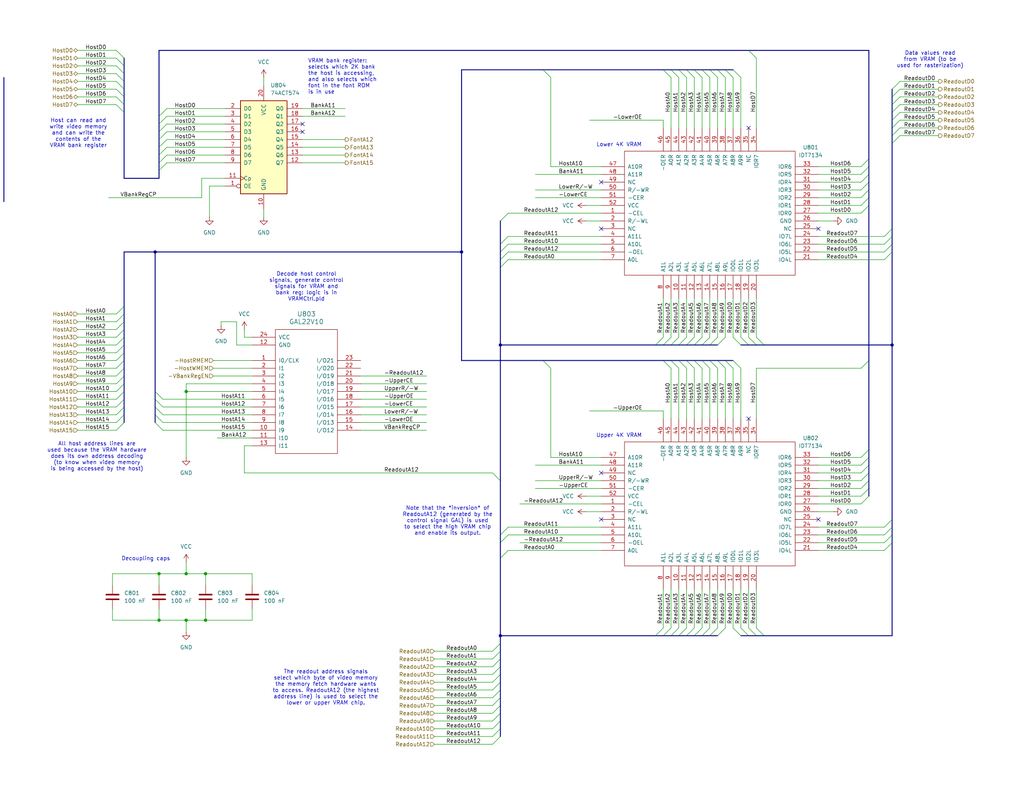
<source format=kicad_sch>
(kicad_sch (version 20231120) (generator "eeschema") (generator_version "8.0")
  (paper "User" 335.28 259.08)
  (title_block (title "VRAM") (company "daveho hacks"))
  (lib_symbols
    (symbol "74xx:74LS574" (pin_names (offset 1.016))
      (property "Reference" "U" (at -7.62 16.51 0))
      (property "Value" "74LS574" (at -7.62 -16.51 0))
      (symbol "74LS574_1_0"
        (pin input inverted (at -12.7 -12.7 0) (length 5.08) (name "OE") (number "1"))
        (pin power_in line (at 0 -20.32 90) (length 5.08) (name "GND") (number "10"))
        (pin input clock (at -12.7 -10.16 0) (length 5.08) (name "Cp") (number "11"))
        (pin tri_state line (at 12.7 -5.08 180) (length 5.08) (name "Q7") (number "12"))
        (pin tri_state line (at 12.7 -2.54 180) (length 5.08) (name "Q6") (number "13"))
        (pin tri_state line (at 12.7 0 180) (length 5.08) (name "Q5") (number "14"))
        (pin tri_state line (at 12.7 2.54 180) (length 5.08) (name "Q4") (number "15"))
        (pin tri_state line (at 12.7 5.08 180) (length 5.08) (name "Q3") (number "16"))
        (pin tri_state line (at 12.7 7.62 180) (length 5.08) (name "Q2") (number "17"))
        (pin tri_state line (at 12.7 10.16 180) (length 5.08) (name "Q1") (number "18"))
        (pin tri_state line (at 12.7 12.7 180) (length 5.08) (name "Q0") (number "19"))
        (pin input line (at -12.7 12.7 0) (length 5.08) (name "D0") (number "2"))
        (pin power_in line (at 0 20.32 270) (length 5.08) (name "VCC") (number "20"))
        (pin input line (at -12.7 10.16 0) (length 5.08) (name "D1") (number "3"))
        (pin input line (at -12.7 7.62 0) (length 5.08) (name "D2") (number "4"))
        (pin input line (at -12.7 5.08 0) (length 5.08) (name "D3") (number "5"))
        (pin input line (at -12.7 2.54 0) (length 5.08) (name "D4") (number "6"))
        (pin input line (at -12.7 0 0) (length 5.08) (name "D5") (number "7"))
        (pin input line (at -12.7 -2.54 0) (length 5.08) (name "D6") (number "8"))
        (pin input line (at -12.7 -5.08 0) (length 5.08) (name "D7") (number "9"))
      )
    )
    (symbol "Device:C" (pin_numbers hide) (pin_names (offset 0.254))
      (property "Reference" "C" (at 0.635 2.54 0))
      (property "Value" "C" (at 0.635 -2.54 0))
      (symbol "C_1_1"
        (pin passive line (at 0 3.81 270) (length 2.794) (name "~") (number "1"))
        (pin passive line (at 0 -3.81 90) (length 2.794) (name "~") (number "2"))
      )
    )
    (symbol "GND_1" (power) (pin_numbers hide) (pin_names (offset 0) hide)
      (property "Value" "GND" (at 0 -3.81 0))
      (symbol "GND_1_1_1"
        (pin power_in line (at 0 0 270) (length 0) (name "~") (number "1"))
      )
    )
    (symbol "IDT7134:IDT7134" (pin_names (offset 1.016))
      (property "Reference" "U" (at 0 -2.54 0))
      (property "Value" "IDT7134" (at 0 2.54 0))
      (symbol "IDT7134_1_1"
        (pin input line (at -35.56 0 0) (length 7.62) (name "-CEL") (number "1"))
        (pin input line (at -10.16 -27.94 90) (length 7.62) (name "A3L") (number "10"))
        (pin input line (at -7.62 -27.94 90) (length 7.62) (name "A4L") (number "11"))
        (pin input line (at -5.08 -27.94 90) (length 7.62) (name "A5L") (number "12"))
        (pin input line (at -2.54 -27.94 90) (length 7.62) (name "A6L") (number "13"))
        (pin input line (at 0 -27.94 90) (length 7.62) (name "A7L") (number "14"))
        (pin input line (at 2.54 -27.94 90) (length 7.62) (name "A8L") (number "15"))
        (pin input line (at 5.08 -27.94 90) (length 7.62) (name "A9L") (number "16"))
        (pin bidirectional line (at 7.62 -27.94 90) (length 7.62) (name "IO0L") (number "17"))
        (pin bidirectional line (at 10.16 -27.94 90) (length 7.62) (name "IO1L") (number "18"))
        (pin bidirectional line (at 12.7 -27.94 90) (length 7.62) (name "IO2L") (number "19"))
        (pin input line (at -35.56 -2.54 0) (length 7.62) (name "R/-WL") (number "2"))
        (pin bidirectional line (at 15.24 -27.94 90) (length 7.62) (name "IO3L") (number "20"))
        (pin bidirectional line (at 35.56 -15.24 180) (length 7.62) (name "IO4L") (number "21"))
        (pin bidirectional line (at 35.56 -12.7 180) (length 7.62) (name "IO5L") (number "22"))
        (pin bidirectional line (at 35.56 -10.16 180) (length 7.62) (name "IO6L") (number "23"))
        (pin bidirectional line (at 35.56 -7.62 180) (length 7.62) (name "IO7L") (number "24"))
        (pin unspecified line (at 35.56 -5.08 180) (length 7.62) (name "NC") (number "25"))
        (pin power_in line (at 35.56 -2.54 180) (length 7.62) (name "GND") (number "26"))
        (pin bidirectional line (at 35.56 0 180) (length 7.62) (name "IOR0") (number "27"))
        (pin bidirectional line (at 35.56 2.54 180) (length 7.62) (name "IOR1") (number "28"))
        (pin bidirectional line (at 35.56 5.08 180) (length 7.62) (name "IOR2") (number "29"))
        (pin unspecified line (at -35.56 -5.08 0) (length 7.62) (name "NC") (number "3"))
        (pin bidirectional line (at 35.56 7.62 180) (length 7.62) (name "IOR3") (number "30"))
        (pin bidirectional line (at 35.56 10.16 180) (length 7.62) (name "IOR4") (number "31"))
        (pin bidirectional line (at 35.56 12.7 180) (length 7.62) (name "IOR5") (number "32"))
        (pin bidirectional line (at 35.56 15.24 180) (length 7.62) (name "IOR6") (number "33"))
        (pin bidirectional line (at 15.24 27.94 270) (length 7.62) (name "IOR7") (number "34"))
        (pin unspecified line (at 12.7 27.94 270) (length 7.62) (name "NC") (number "35"))
        (pin input line (at 10.16 27.94 270) (length 7.62) (name "A9R") (number "36"))
        (pin input line (at 7.62 27.94 270) (length 7.62) (name "A8R") (number "37"))
        (pin input line (at 5.08 27.94 270) (length 7.62) (name "A7R") (number "38"))
        (pin input line (at 2.54 27.94 270) (length 7.62) (name "A6R") (number "39"))
        (pin input line (at -35.56 -7.62 0) (length 7.62) (name "A11L") (number "4"))
        (pin input line (at 0 27.94 270) (length 7.62) (name "A5R") (number "40"))
        (pin input line (at -2.54 27.94 270) (length 7.62) (name "A4R") (number "41"))
        (pin input line (at -5.08 27.94 270) (length 7.62) (name "A3R") (number "42"))
        (pin input line (at -7.62 27.94 270) (length 7.62) (name "A2R") (number "43"))
        (pin input line (at -10.16 27.94 270) (length 7.62) (name "A1R") (number "44"))
        (pin input line (at -12.7 27.94 270) (length 7.62) (name "A0R") (number "45"))
        (pin input line (at -15.24 27.94 270) (length 7.62) (name "-OER") (number "46"))
        (pin input line (at -35.56 15.24 0) (length 7.62) (name "A10R") (number "47"))
        (pin input line (at -35.56 12.7 0) (length 7.62) (name "A11R") (number "48"))
        (pin unspecified line (at -35.56 10.16 0) (length 7.62) (name "NC") (number "49"))
        (pin input line (at -35.56 -10.16 0) (length 7.62) (name "A10L") (number "5"))
        (pin input line (at -35.56 7.62 0) (length 7.62) (name "R/-WR") (number "50"))
        (pin input line (at -35.56 5.08 0) (length 7.62) (name "-CER") (number "51"))
        (pin power_in line (at -35.56 2.54 0) (length 7.62) (name "VCC") (number "52"))
        (pin input line (at -35.56 -12.7 0) (length 7.62) (name "-OEL") (number "6"))
        (pin input line (at -35.56 -15.24 0) (length 7.62) (name "A0L") (number "7"))
        (pin input line (at -15.24 -27.94 90) (length 7.62) (name "A1L") (number "8"))
        (pin input line (at -12.7 -27.94 90) (length 7.62) (name "A2L") (number "9"))
      )
    )
    (symbol "VCC_1" (power) (pin_numbers hide) (pin_names (offset 0) hide)
      (property "Value" "VCC" (at 0 3.556 0))
      (symbol "VCC_1_1_1"
        (pin power_in line (at 0 0 90) (length 0) (name "~") (number "1"))
      )
    )
    (symbol "power:GND" (power) (pin_numbers hide) (pin_names (offset 0) hide)
      (property "Value" "GND" (at 0 -3.81 0))
      (symbol "GND_1_1"
        (pin power_in line (at 0 0 270) (length 0) (name "~") (number "1"))
      )
    )
    (symbol "power:VCC" (power) (pin_numbers hide) (pin_names (offset 0) hide)
      (property "Value" "VCC" (at 0 3.556 0))
      (symbol "VCC_1_1"
        (pin power_in line (at 0 0 90) (length 0) (name "~") (number "1"))
      )
    )
    (symbol "ya68k:GAL22V10" (pin_names (offset 1.016))
      (property "Reference" "U" (at -1.27 20.32 0))
      (property "Value" "GAL22V10" (at 0 -24.13 0))
      (symbol "GAL22V10_1_1"
        (pin input line (at -17.78 8.89 0) (length 7.62) (name "I0/CLK") (number "1"))
        (pin input line (at -17.78 -13.97 0) (length 7.62) (name "I9") (number "10"))
        (pin input line (at -17.78 -16.51 0) (length 7.62) (name "I10") (number "11"))
        (pin power_in line (at -17.78 13.97 0) (length 7.62) (name "GND") (number "12"))
        (pin input line (at -17.78 -19.05 0) (length 7.62) (name "I11") (number "13"))
        (pin bidirectional line (at 17.78 -13.97 180) (length 7.62) (name "I/O12") (number "14"))
        (pin bidirectional line (at 17.78 -11.43 180) (length 7.62) (name "I/O13") (number "15"))
        (pin bidirectional line (at 17.78 -8.89 180) (length 7.62) (name "I/O14") (number "16"))
        (pin bidirectional line (at 17.78 -6.35 180) (length 7.62) (name "I/O15") (number "17"))
        (pin bidirectional line (at 17.78 -3.81 180) (length 7.62) (name "I/O16") (number "18"))
        (pin bidirectional line (at 17.78 -1.27 180) (length 7.62) (name "I/O17") (number "19"))
        (pin input line (at -17.78 6.35 0) (length 7.62) (name "I1") (number "2"))
        (pin bidirectional line (at 17.78 1.27 180) (length 7.62) (name "I/O18") (number "20"))
        (pin bidirectional line (at 17.78 3.81 180) (length 7.62) (name "I/O19") (number "21"))
        (pin bidirectional line (at 17.78 6.35 180) (length 7.62) (name "I/O20") (number "22"))
        (pin bidirectional line (at 17.78 8.89 180) (length 7.62) (name "I/O21") (number "23"))
        (pin power_in line (at -17.78 16.51 0) (length 7.62) (name "VCC") (number "24"))
        (pin input line (at -17.78 3.81 0) (length 7.62) (name "I2") (number "3"))
        (pin input line (at -17.78 1.27 0) (length 7.62) (name "I3") (number "4"))
        (pin input line (at -17.78 -1.27 0) (length 7.62) (name "I4") (number "5"))
        (pin input line (at -17.78 -3.81 0) (length 7.62) (name "I5") (number "6"))
        (pin input line (at -17.78 -6.35 0) (length 7.62) (name "I6") (number "7"))
        (pin input line (at -17.78 -8.89 0) (length 7.62) (name "I7") (number "8"))
        (pin input line (at -17.78 -11.43 0) (length 7.62) (name "I8") (number "9"))
      )
    )
  )
  (junction (at 52.07 203.2))
  (junction (at 52.07 187.96))
  (junction (at 67.31 203.2))
  (junction (at 60.96 128.27))
  (junction (at 60.96 203.2))
  (junction (at 163.83 208.28))
  (junction (at 151.13 82.55))
  (junction (at 50.8 82.55))
  (junction (at 60.96 187.96))
  (junction (at 292.1 113.03))
  (junction (at 163.83 113.03))
  (junction (at 67.31 187.96))
  (no_connect (at 196.85 170.18))
  (no_connect (at 267.97 170.18))
  (no_connect (at 99.06 40.64))
  (no_connect (at 245.11 41.91))
  (no_connect (at 99.06 43.18))
  (no_connect (at 196.85 74.93))
  (no_connect (at 245.11 137.16))
  (no_connect (at 196.85 154.94))
  (no_connect (at 196.85 59.69))
  (no_connect (at 267.97 74.93))
  (bus_entry (at 50.8 133.35) (size 2.54 2.54))
  (bus_entry (at 229.87 208.28) (size 2.54 -2.54))
  (bus_entry (at 234.95 22.86) (size 2.54 2.54))
  (bus_entry (at 281.94 157.48) (size 2.54 -2.54))
  (bus_entry (at 38.1 133.35) (size 2.54 -2.54))
  (bus_entry (at 237.49 22.86) (size 2.54 2.54))
  (bus_entry (at 163.83 182.88) (size 2.54 -2.54))
  (bus_entry (at 237.49 118.11) (size 2.54 2.54))
  (bus_entry (at 292.1 36.83) (size 2.54 -2.54))
  (bus_entry (at 217.17 118.11) (size 2.54 2.54))
  (bus_entry (at 163.83 87.63) (size 2.54 -2.54))
  (bus_entry (at 217.17 22.86) (size 2.54 2.54))
  (bus_entry (at 161.29 213.36) (size 2.54 -2.54))
  (bus_entry (at 163.83 82.55) (size 2.54 -2.54))
  (bus_entry (at 289.56 177.8) (size 2.54 -2.54))
  (bus_entry (at 38.1 107.95) (size 2.54 -2.54))
  (bus_entry (at 161.29 233.68) (size 2.54 -2.54))
  (bus_entry (at 245.11 110.49) (size 2.54 2.54))
  (bus_entry (at 50.8 138.43) (size 2.54 2.54))
  (bus_entry (at 292.1 46.99) (size 2.54 -2.54))
  (bus_entry (at 52.07 40.64) (size 2.54 -2.54))
  (bus_entry (at 292.1 34.29) (size 2.54 -2.54))
  (bus_entry (at 224.79 118.11) (size 2.54 2.54))
  (bus_entry (at 292.1 44.45) (size 2.54 -2.54))
  (bus_entry (at 281.94 154.94) (size 2.54 -2.54))
  (bus_entry (at 229.87 113.03) (size 2.54 -2.54))
  (bus_entry (at 289.56 172.72) (size 2.54 -2.54))
  (bus_entry (at 227.33 22.86) (size 2.54 2.54))
  (bus_entry (at 281.94 69.85) (size 2.54 -2.54))
  (bus_entry (at 219.71 113.03) (size 2.54 -2.54))
  (bus_entry (at 214.63 208.28) (size 2.54 -2.54))
  (bus_entry (at 227.33 208.28) (size 2.54 -2.54))
  (bus_entry (at 50.8 130.81) (size 2.54 2.54))
  (bus_entry (at 222.25 113.03) (size 2.54 -2.54))
  (bus_entry (at 38.1 138.43) (size 2.54 -2.54))
  (bus_entry (at 281.94 152.4) (size 2.54 -2.54))
  (bus_entry (at 52.07 45.72) (size 2.54 -2.54))
  (bus_entry (at 38.1 113.03) (size 2.54 -2.54))
  (bus_entry (at 38.1 105.41) (size 2.54 -2.54))
  (bus_entry (at 38.1 128.27) (size 2.54 -2.54))
  (bus_entry (at 161.29 238.76) (size 2.54 -2.54))
  (bus_entry (at 222.25 118.11) (size 2.54 2.54))
  (bus_entry (at 281.94 149.86) (size 2.54 -2.54))
  (bus_entry (at 229.87 22.86) (size 2.54 2.54))
  (bus_entry (at 281.94 62.23) (size 2.54 -2.54))
  (bus_entry (at 217.17 113.03) (size 2.54 -2.54))
  (bus_entry (at 163.83 80.01) (size 2.54 -2.54))
  (bus_entry (at 52.07 53.34) (size 2.54 -2.54))
  (bus_entry (at 161.29 231.14) (size 2.54 -2.54))
  (bus_entry (at 38.1 110.49) (size 2.54 -2.54))
  (bus_entry (at 161.29 223.52) (size 2.54 -2.54))
  (bus_entry (at 292.1 41.91) (size 2.54 -2.54))
  (bus_entry (at 232.41 113.03) (size 2.54 -2.54))
  (bus_entry (at 247.65 110.49) (size 2.54 2.54))
  (bus_entry (at 289.56 180.34) (size 2.54 -2.54))
  (bus_entry (at 289.56 85.09) (size 2.54 -2.54))
  (bus_entry (at 224.79 113.03) (size 2.54 -2.54))
  (bus_entry (at 234.95 208.28) (size 2.54 -2.54))
  (bus_entry (at 292.1 31.75) (size 2.54 -2.54))
  (bus_entry (at 232.41 118.11) (size 2.54 2.54))
  (bus_entry (at 38.1 24.13) (size 2.54 2.54))
  (bus_entry (at 240.03 22.86) (size 2.54 2.54))
  (bus_entry (at 50.8 135.89) (size 2.54 2.54))
  (bus_entry (at 222.25 208.28) (size 2.54 -2.54))
  (bus_entry (at 177.8 22.86) (size 2.54 2.54))
  (bus_entry (at 161.29 243.84) (size 2.54 -2.54))
  (bus_entry (at 245.11 16.51) (size 2.54 2.54))
  (bus_entry (at 38.1 31.75) (size 2.54 2.54))
  (bus_entry (at 161.29 154.94) (size 2.54 2.54))
  (bus_entry (at 247.65 205.74) (size 2.54 2.54))
  (bus_entry (at 289.56 175.26) (size 2.54 -2.54))
  (bus_entry (at 161.29 241.3) (size 2.54 -2.54))
  (bus_entry (at 38.1 29.21) (size 2.54 2.54))
  (bus_entry (at 38.1 118.11) (size 2.54 -2.54))
  (bus_entry (at 38.1 135.89) (size 2.54 -2.54))
  (bus_entry (at 234.95 118.11) (size 2.54 2.54))
  (bus_entry (at 163.83 85.09) (size 2.54 -2.54))
  (bus_entry (at 242.57 205.74) (size 2.54 2.54))
  (bus_entry (at 232.41 208.28) (size 2.54 -2.54))
  (bus_entry (at 219.71 118.11) (size 2.54 2.54))
  (bus_entry (at 38.1 34.29) (size 2.54 2.54))
  (bus_entry (at 240.03 118.11) (size 2.54 2.54))
  (bus_entry (at 38.1 21.59) (size 2.54 2.54))
  (bus_entry (at 281.94 162.56) (size 2.54 -2.54))
  (bus_entry (at 224.79 22.86) (size 2.54 2.54))
  (bus_entry (at 240.03 110.49) (size 2.54 2.54))
  (bus_entry (at 227.33 118.11) (size 2.54 2.54))
  (bus_entry (at 38.1 26.67) (size 2.54 2.54))
  (bus_entry (at 38.1 115.57) (size 2.54 -2.54))
  (bus_entry (at 281.94 67.31) (size 2.54 -2.54))
  (bus_entry (at 214.63 113.03) (size 2.54 -2.54))
  (bus_entry (at 229.87 118.11) (size 2.54 2.54))
  (bus_entry (at 289.56 80.01) (size 2.54 -2.54))
  (bus_entry (at 38.1 125.73) (size 2.54 -2.54))
  (bus_entry (at 292.1 39.37) (size 2.54 -2.54))
  (bus_entry (at 177.8 118.11) (size 2.54 2.54))
  (bus_entry (at 224.79 208.28) (size 2.54 -2.54))
  (bus_entry (at 38.1 140.97) (size 2.54 -2.54))
  (bus_entry (at 281.94 160.02) (size 2.54 -2.54))
  (bus_entry (at 163.83 177.8) (size 2.54 -2.54))
  (bus_entry (at 161.29 226.06) (size 2.54 -2.54))
  (bus_entry (at 281.94 57.15) (size 2.54 -2.54))
  (bus_entry (at 289.56 77.47) (size 2.54 -2.54))
  (bus_entry (at 52.07 43.18) (size 2.54 -2.54))
  (bus_entry (at 52.07 50.8) (size 2.54 -2.54))
  (bus_entry (at 38.1 120.65) (size 2.54 -2.54))
  (bus_entry (at 234.95 113.03) (size 2.54 -2.54))
  (bus_entry (at 219.71 22.86) (size 2.54 2.54))
  (bus_entry (at 161.29 236.22) (size 2.54 -2.54))
  (bus_entry (at 289.56 82.55) (size 2.54 -2.54))
  (bus_entry (at 281.94 54.61) (size 2.54 -2.54))
  (bus_entry (at 281.94 59.69) (size 2.54 -2.54))
  (bus_entry (at 240.03 205.74) (size 2.54 2.54))
  (bus_entry (at 161.29 215.9) (size 2.54 -2.54))
  (bus_entry (at 38.1 130.81) (size 2.54 -2.54))
  (bus_entry (at 227.33 113.03) (size 2.54 -2.54))
  (bus_entry (at 219.71 208.28) (size 2.54 -2.54))
  (bus_entry (at 163.83 72.39) (size 2.54 -2.54))
  (bus_entry (at 163.83 175.26) (size 2.54 -2.54))
  (bus_entry (at 161.29 220.98) (size 2.54 -2.54))
  (bus_entry (at 38.1 123.19) (size 2.54 -2.54))
  (bus_entry (at 217.17 208.28) (size 2.54 -2.54))
  (bus_entry (at 245.11 205.74) (size 2.54 2.54))
  (bus_entry (at 52.07 48.26) (size 2.54 -2.54))
  (bus_entry (at 52.07 55.88) (size 2.54 -2.54))
  (bus_entry (at 281.94 64.77) (size 2.54 -2.54))
  (bus_entry (at 242.57 110.49) (size 2.54 2.54))
  (bus_entry (at 232.41 22.86) (size 2.54 2.54))
  (bus_entry (at 161.29 218.44) (size 2.54 -2.54))
  (bus_entry (at 281.94 120.65) (size 2.54 -2.54))
  (bus_entry (at 50.8 128.27) (size 2.54 2.54))
  (bus_entry (at 161.29 228.6) (size 2.54 -2.54))
  (bus_entry (at 52.07 38.1) (size 2.54 -2.54))
  (bus_entry (at 281.94 165.1) (size 2.54 -2.54))
  (bus_entry (at 38.1 102.87) (size 2.54 -2.54))
  (bus_entry (at 222.25 22.86) (size 2.54 2.54))
  (bus_entry (at 38.1 19.05) (size 2.54 2.54))
  (bus_entry (at 292.1 29.21) (size 2.54 -2.54))
  (bus_entry (at 38.1 16.51) (size 2.54 2.54))
  (bus (pts (xy 163.83 236.22) (xy 163.83 238.76)))
  (wire (pts (xy 52.07 187.96) (xy 60.96 187.96)))
  (wire (pts (xy 237.49 137.16) (xy 237.49 120.65)))
  (wire (pts (xy 247.65 205.74) (xy 247.65 193.04)))
  (bus (pts (xy 250.19 113.03) (xy 292.1 113.03)))
  (wire (pts (xy 237.49 41.91) (xy 237.49 25.4)))
  (bus (pts (xy 40.64 135.89) (xy 40.64 133.35)))
  (bus (pts (xy 284.48 54.61) (xy 284.48 57.15)))
  (wire (pts (xy 267.97 172.72) (xy 289.56 172.72)))
  (wire (pts (xy 60.96 184.15) (xy 60.96 187.96)))
  (wire (pts (xy 219.71 205.74) (xy 219.71 193.04)))
  (wire (pts (xy 142.24 243.84) (xy 161.29 243.84)))
  (wire (pts (xy 240.03 205.74) (xy 240.03 193.04)))
  (wire (pts (xy 267.97 162.56) (xy 281.94 162.56)))
  (bus (pts (xy 284.48 16.51) (xy 284.48 52.07)))
  (bus (pts (xy 219.71 208.28) (xy 222.25 208.28)))
  (bus (pts (xy 284.48 157.48) (xy 284.48 160.02)))
  (wire (pts (xy 267.97 177.8) (xy 289.56 177.8)))
  (bus (pts (xy 40.64 110.49) (xy 40.64 107.95)))
  (wire (pts (xy 80.01 107.95) (xy 80.01 110.49)))
  (bus (pts (xy 292.1 41.91) (xy 292.1 44.45)))
  (wire (pts (xy 86.36 68.58) (xy 86.36 71.12)))
  (wire (pts (xy 142.24 220.98) (xy 161.29 220.98)))
  (bus (pts (xy 232.41 113.03) (xy 234.95 113.03)))
  (wire (pts (xy 224.79 110.49) (xy 224.79 97.79)))
  (wire (pts (xy 142.24 226.06) (xy 161.29 226.06)))
  (wire (pts (xy 60.96 203.2) (xy 60.96 207.01)))
  (bus (pts (xy 52.07 43.18) (xy 52.07 45.72)))
  (wire (pts (xy 267.97 149.86) (xy 281.94 149.86)))
  (wire (pts (xy 52.07 187.96) (xy 52.07 191.77)))
  (wire (pts (xy 267.97 69.85) (xy 281.94 69.85)))
  (wire (pts (xy 217.17 205.74) (xy 217.17 193.04)))
  (wire (pts (xy 175.26 62.23) (xy 196.85 62.23)))
  (bus (pts (xy 163.83 220.98) (xy 163.83 223.52)))
  (wire (pts (xy 142.24 238.76) (xy 161.29 238.76)))
  (wire (pts (xy 86.36 25.4) (xy 86.36 27.94)))
  (bus (pts (xy 40.64 26.67) (xy 40.64 29.21)))
  (wire (pts (xy 25.4 120.65) (xy 38.1 120.65)))
  (wire (pts (xy 234.95 137.16) (xy 234.95 120.65)))
  (wire (pts (xy 80.01 154.94) (xy 161.29 154.94)))
  (wire (pts (xy 25.4 130.81) (xy 38.1 130.81)))
  (wire (pts (xy 54.61 53.34) (xy 73.66 53.34)))
  (wire (pts (xy 229.87 205.74) (xy 229.87 193.04)))
  (wire (pts (xy 118.11 130.81) (xy 139.7 130.81)))
  (bus (pts (xy 163.83 213.36) (xy 163.83 215.9)))
  (bus (pts (xy 40.64 58.42) (xy 52.07 58.42)))
  (wire (pts (xy 54.61 48.26) (xy 73.66 48.26)))
  (bus (pts (xy 40.64 100.33) (xy 40.64 82.55)))
  (bus (pts (xy 232.41 118.11) (xy 234.95 118.11)))
  (bus (pts (xy 227.33 208.28) (xy 229.87 208.28)))
  (wire (pts (xy 222.25 41.91) (xy 222.25 25.4)))
  (bus (pts (xy 284.48 52.07) (xy 284.48 54.61)))
  (wire (pts (xy 166.37 77.47) (xy 196.85 77.47)))
  (wire (pts (xy 25.4 113.03) (xy 38.1 113.03)))
  (bus (pts (xy 245.11 113.03) (xy 247.65 113.03)))
  (wire (pts (xy 224.79 41.91) (xy 224.79 25.4)))
  (bus (pts (xy 163.83 85.09) (xy 163.83 87.63)))
  (wire (pts (xy 25.4 123.19) (xy 38.1 123.19)))
  (wire (pts (xy 219.71 41.91) (xy 219.71 25.4)))
  (wire (pts (xy 35.56 64.77) (xy 66.04 64.77)))
  (bus (pts (xy 163.83 228.6) (xy 163.83 231.14)))
  (bus (pts (xy 52.07 16.51) (xy 245.11 16.51)))
  (wire (pts (xy 294.64 29.21) (xy 307.34 29.21)))
  (wire (pts (xy 118.11 123.19) (xy 139.7 123.19)))
  (wire (pts (xy 267.97 80.01) (xy 289.56 80.01)))
  (bus (pts (xy 40.64 123.19) (xy 40.64 120.65)))
  (bus (pts (xy 292.1 82.55) (xy 292.1 113.03)))
  (wire (pts (xy 175.26 157.48) (xy 196.85 157.48)))
  (bus (pts (xy 292.1 39.37) (xy 292.1 41.91)))
  (wire (pts (xy 222.25 110.49) (xy 222.25 97.79)))
  (wire (pts (xy 54.61 45.72) (xy 73.66 45.72)))
  (wire (pts (xy 25.4 135.89) (xy 38.1 135.89)))
  (wire (pts (xy 25.4 31.75) (xy 38.1 31.75)))
  (bus (pts (xy 292.1 36.83) (xy 292.1 39.37)))
  (bus (pts (xy 163.83 238.76) (xy 163.83 241.3)))
  (wire (pts (xy 267.97 59.69) (xy 281.94 59.69)))
  (wire (pts (xy 82.55 203.2) (xy 82.55 199.39)))
  (wire (pts (xy 118.11 135.89) (xy 139.7 135.89)))
  (wire (pts (xy 191.77 167.64) (xy 196.85 167.64)))
  (wire (pts (xy 25.4 29.21) (xy 38.1 29.21)))
  (wire (pts (xy 180.34 149.86) (xy 196.85 149.86)))
  (bus (pts (xy 292.1 31.75) (xy 292.1 34.29)))
  (wire (pts (xy 25.4 140.97) (xy 38.1 140.97)))
  (wire (pts (xy 232.41 205.74) (xy 232.41 193.04)))
  (wire (pts (xy 222.25 137.16) (xy 222.25 120.65)))
  (bus (pts (xy 151.13 22.86) (xy 177.8 22.86)))
  (bus (pts (xy 232.41 22.86) (xy 234.95 22.86)))
  (wire (pts (xy 240.03 41.91) (xy 240.03 25.4)))
  (wire (pts (xy 180.34 120.65) (xy 180.34 149.86)))
  (bus (pts (xy 163.83 113.03) (xy 163.83 157.48)))
  (wire (pts (xy 142.24 231.14) (xy 161.29 231.14)))
  (bus (pts (xy 50.8 130.81) (xy 50.8 133.35)))
  (wire (pts (xy 54.61 50.8) (xy 73.66 50.8)))
  (wire (pts (xy 237.49 110.49) (xy 237.49 97.79)))
  (bus (pts (xy 50.8 128.27) (xy 50.8 130.81)))
  (wire (pts (xy 142.24 223.52) (xy 161.29 223.52)))
  (wire (pts (xy 25.4 102.87) (xy 38.1 102.87)))
  (wire (pts (xy 180.34 25.4) (xy 180.34 54.61)))
  (wire (pts (xy 142.24 233.68) (xy 161.29 233.68)))
  (bus (pts (xy 227.33 118.11) (xy 229.87 118.11)))
  (bus (pts (xy 40.64 19.05) (xy 40.64 21.59)))
  (bus (pts (xy 284.48 152.4) (xy 284.48 154.94)))
  (wire (pts (xy 224.79 205.74) (xy 224.79 193.04)))
  (wire (pts (xy 142.24 215.9) (xy 161.29 215.9)))
  (wire (pts (xy 267.97 57.15) (xy 281.94 57.15)))
  (bus (pts (xy 52.07 40.64) (xy 52.07 43.18)))
  (wire (pts (xy 294.64 44.45) (xy 307.34 44.45)))
  (wire (pts (xy 25.4 34.29) (xy 38.1 34.29)))
  (wire (pts (xy 267.97 167.64) (xy 273.05 167.64)))
  (bus (pts (xy 222.25 22.86) (xy 224.79 22.86)))
  (bus (pts (xy 40.64 21.59) (xy 40.64 24.13)))
  (wire (pts (xy 267.97 62.23) (xy 281.94 62.23)))
  (bus (pts (xy 222.25 118.11) (xy 224.79 118.11)))
  (bus (pts (xy 40.64 125.73) (xy 40.64 123.19)))
  (wire (pts (xy 99.06 50.8) (xy 113.03 50.8)))
  (wire (pts (xy 77.47 113.03) (xy 82.55 113.03)))
  (wire (pts (xy 54.61 35.56) (xy 73.66 35.56)))
  (bus (pts (xy 40.64 31.75) (xy 40.64 34.29)))
  (wire (pts (xy 240.03 137.16) (xy 240.03 120.65)))
  (bus (pts (xy 40.64 133.35) (xy 40.64 130.81)))
  (wire (pts (xy 99.06 53.34) (xy 113.03 53.34)))
  (bus (pts (xy 224.79 118.11) (xy 227.33 118.11)))
  (wire (pts (xy 68.58 60.96) (xy 68.58 71.12)))
  (bus (pts (xy 284.48 59.69) (xy 284.48 62.23)))
  (bus (pts (xy 250.19 208.28) (xy 292.1 208.28)))
  (wire (pts (xy 191.77 162.56) (xy 196.85 162.56)))
  (wire (pts (xy 60.96 125.73) (xy 60.96 128.27)))
  (wire (pts (xy 242.57 41.91) (xy 242.57 25.4)))
  (wire (pts (xy 294.64 39.37) (xy 307.34 39.37)))
  (wire (pts (xy 25.4 133.35) (xy 38.1 133.35)))
  (bus (pts (xy 229.87 118.11) (xy 232.41 118.11)))
  (bus (pts (xy 52.07 48.26) (xy 52.07 50.8)))
  (wire (pts (xy 234.95 205.74) (xy 234.95 193.04)))
  (bus (pts (xy 40.64 120.65) (xy 40.64 118.11)))
  (bus (pts (xy 292.1 46.99) (xy 292.1 74.93)))
  (wire (pts (xy 267.97 72.39) (xy 273.05 72.39)))
  (wire (pts (xy 60.96 187.96) (xy 67.31 187.96)))
  (wire (pts (xy 60.96 128.27) (xy 60.96 149.86)))
  (wire (pts (xy 242.57 110.49) (xy 242.57 97.79)))
  (bus (pts (xy 292.1 170.18) (xy 292.1 172.72)))
  (bus (pts (xy 50.8 135.89) (xy 50.8 138.43)))
  (bus (pts (xy 40.64 113.03) (xy 40.64 110.49)))
  (bus (pts (xy 234.95 22.86) (xy 237.49 22.86)))
  (wire (pts (xy 53.34 130.81) (xy 82.55 130.81)))
  (wire (pts (xy 53.34 135.89) (xy 82.55 135.89)))
  (wire (pts (xy 54.61 38.1) (xy 73.66 38.1)))
  (wire (pts (xy 80.01 146.05) (xy 80.01 154.94)))
  (bus (pts (xy 151.13 82.55) (xy 151.13 22.86)))
  (wire (pts (xy 25.4 26.67) (xy 38.1 26.67)))
  (wire (pts (xy 193.04 134.62) (xy 217.17 134.62)))
  (wire (pts (xy 166.37 175.26) (xy 196.85 175.26)))
  (bus (pts (xy 52.07 53.34) (xy 52.07 55.88)))
  (wire (pts (xy 237.49 205.74) (xy 237.49 193.04)))
  (wire (pts (xy 53.34 138.43) (xy 82.55 138.43)))
  (wire (pts (xy 247.65 19.05) (xy 247.65 41.91)))
  (bus (pts (xy 224.79 22.86) (xy 227.33 22.86)))
  (wire (pts (xy 67.31 187.96) (xy 82.55 187.96)))
  (wire (pts (xy 267.97 154.94) (xy 281.94 154.94)))
  (wire (pts (xy 25.4 24.13) (xy 38.1 24.13)))
  (wire (pts (xy 166.37 69.85) (xy 196.85 69.85)))
  (wire (pts (xy 36.83 203.2) (xy 52.07 203.2)))
  (wire (pts (xy 227.33 41.91) (xy 227.33 25.4)))
  (bus (pts (xy 222.25 113.03) (xy 224.79 113.03)))
  (bus (pts (xy 237.49 22.86) (xy 240.03 22.86)))
  (bus (pts (xy 40.64 118.11) (xy 40.64 115.57)))
  (wire (pts (xy 25.4 125.73) (xy 38.1 125.73)))
  (wire (pts (xy 247.65 110.49) (xy 247.65 97.79)))
  (bus (pts (xy 217.17 118.11) (xy 219.71 118.11)))
  (bus (pts (xy 229.87 113.03) (xy 232.41 113.03)))
  (wire (pts (xy 267.97 160.02) (xy 281.94 160.02)))
  (wire (pts (xy 53.34 133.35) (xy 82.55 133.35)))
  (wire (pts (xy 25.4 138.43) (xy 38.1 138.43)))
  (wire (pts (xy 229.87 41.91) (xy 229.87 25.4)))
  (wire (pts (xy 82.55 187.96) (xy 82.55 191.77)))
  (wire (pts (xy 267.97 54.61) (xy 281.94 54.61)))
  (wire (pts (xy 242.57 205.74) (xy 242.57 193.04)))
  (wire (pts (xy 166.37 82.55) (xy 196.85 82.55)))
  (bus (pts (xy 52.07 38.1) (xy 52.07 16.51)))
  (wire (pts (xy 180.34 54.61) (xy 196.85 54.61)))
  (wire (pts (xy 99.06 45.72) (xy 113.03 45.72)))
  (wire (pts (xy 242.57 137.16) (xy 242.57 120.65)))
  (wire (pts (xy 118.11 140.97) (xy 139.7 140.97)))
  (wire (pts (xy 25.4 16.51) (xy 38.1 16.51)))
  (bus (pts (xy 50.8 82.55) (xy 151.13 82.55)))
  (bus (pts (xy 229.87 208.28) (xy 232.41 208.28)))
  (wire (pts (xy 267.97 152.4) (xy 281.94 152.4)))
  (wire (pts (xy 69.85 120.65) (xy 82.55 120.65)))
  (wire (pts (xy 166.37 172.72) (xy 196.85 172.72)))
  (bus (pts (xy 292.1 34.29) (xy 292.1 36.83)))
  (wire (pts (xy 170.18 177.8) (xy 196.85 177.8)))
  (wire (pts (xy 267.97 82.55) (xy 289.56 82.55)))
  (wire (pts (xy 118.11 138.43) (xy 139.7 138.43)))
  (bus (pts (xy 292.1 113.03) (xy 292.1 170.18)))
  (bus (pts (xy 163.83 233.68) (xy 163.83 236.22)))
  (wire (pts (xy 25.4 21.59) (xy 38.1 21.59)))
  (wire (pts (xy 267.97 165.1) (xy 281.94 165.1)))
  (wire (pts (xy 217.17 110.49) (xy 217.17 97.79)))
  (wire (pts (xy 73.66 60.96) (xy 68.58 60.96)))
  (bus (pts (xy 237.49 118.11) (xy 240.03 118.11)))
  (wire (pts (xy 219.71 137.16) (xy 219.71 120.65)))
  (bus (pts (xy 163.83 157.48) (xy 163.83 175.26)))
  (wire (pts (xy 142.24 241.3) (xy 161.29 241.3)))
  (bus (pts (xy 245.11 16.51) (xy 284.48 16.51)))
  (bus (pts (xy 234.95 118.11) (xy 237.49 118.11)))
  (bus (pts (xy 40.64 138.43) (xy 40.64 135.89)))
  (bus (pts (xy 40.64 82.55) (xy 50.8 82.55)))
  (bus (pts (xy 284.48 67.31) (xy 284.48 118.11)))
  (wire (pts (xy 82.55 125.73) (xy 60.96 125.73)))
  (bus (pts (xy 40.64 128.27) (xy 40.64 125.73)))
  (wire (pts (xy 118.11 128.27) (xy 139.7 128.27)))
  (bus (pts (xy 284.48 154.94) (xy 284.48 157.48)))
  (bus (pts (xy 52.07 45.72) (xy 52.07 48.26)))
  (wire (pts (xy 53.34 140.97) (xy 82.55 140.97)))
  (bus (pts (xy 214.63 113.03) (xy 217.17 113.03)))
  (bus (pts (xy 219.71 118.11) (xy 222.25 118.11)))
  (bus (pts (xy 284.48 62.23) (xy 284.48 64.77)))
  (wire (pts (xy 267.97 175.26) (xy 289.56 175.26)))
  (wire (pts (xy 170.18 165.1) (xy 196.85 165.1)))
  (bus (pts (xy 284.48 147.32) (xy 284.48 149.86)))
  (bus (pts (xy 284.48 57.15) (xy 284.48 59.69)))
  (bus (pts (xy 227.33 113.03) (xy 229.87 113.03)))
  (wire (pts (xy 222.25 205.74) (xy 222.25 193.04)))
  (bus (pts (xy 227.33 22.86) (xy 229.87 22.86)))
  (bus (pts (xy 284.48 118.11) (xy 284.48 147.32)))
  (bus (pts (xy 292.1 29.21) (xy 292.1 31.75)))
  (bus (pts (xy 229.87 22.86) (xy 232.41 22.86)))
  (bus (pts (xy 214.63 208.28) (xy 217.17 208.28)))
  (wire (pts (xy 54.61 40.64) (xy 73.66 40.64)))
  (bus (pts (xy 163.83 87.63) (xy 163.83 113.03)))
  (wire (pts (xy 175.26 160.02) (xy 196.85 160.02)))
  (bus (pts (xy 163.83 177.8) (xy 163.83 182.88)))
  (wire (pts (xy 232.41 137.16) (xy 232.41 120.65)))
  (bus (pts (xy 247.65 208.28) (xy 250.19 208.28)))
  (bus (pts (xy 50.8 133.35) (xy 50.8 135.89)))
  (bus (pts (xy 163.83 80.01) (xy 163.83 82.55)))
  (bus (pts (xy 224.79 208.28) (xy 227.33 208.28)))
  (bus (pts (xy 40.64 105.41) (xy 40.64 102.87)))
  (bus (pts (xy 232.41 208.28) (xy 234.95 208.28)))
  (bus (pts (xy 292.1 44.45) (xy 292.1 46.99)))
  (wire (pts (xy 229.87 137.16) (xy 229.87 120.65)))
  (wire (pts (xy 142.24 236.22) (xy 161.29 236.22)))
  (bus (pts (xy 284.48 160.02) (xy 284.48 162.56)))
  (bus (pts (xy 217.17 113.03) (xy 219.71 113.03)))
  (wire (pts (xy 36.83 199.39) (xy 36.83 203.2)))
  (bus (pts (xy 292.1 80.01) (xy 292.1 82.55)))
  (wire (pts (xy 80.01 146.05) (xy 82.55 146.05)))
  (wire (pts (xy 294.64 34.29) (xy 307.34 34.29)))
  (wire (pts (xy 54.61 43.18) (xy 73.66 43.18)))
  (bus (pts (xy 163.83 113.03) (xy 214.63 113.03)))
  (wire (pts (xy 191.77 72.39) (xy 196.85 72.39)))
  (bus (pts (xy 40.64 130.81) (xy 40.64 128.27)))
  (bus (pts (xy 219.71 22.86) (xy 222.25 22.86)))
  (wire (pts (xy 25.4 110.49) (xy 38.1 110.49)))
  (wire (pts (xy 99.06 38.1) (xy 113.03 38.1)))
  (bus (pts (xy 52.07 38.1) (xy 52.07 40.64)))
  (wire (pts (xy 77.47 105.41) (xy 72.39 105.41)))
  (bus (pts (xy 292.1 74.93) (xy 292.1 77.47)))
  (wire (pts (xy 232.41 110.49) (xy 232.41 97.79)))
  (bus (pts (xy 40.64 107.95) (xy 40.64 105.41)))
  (bus (pts (xy 163.83 223.52) (xy 163.83 226.06)))
  (wire (pts (xy 229.87 110.49) (xy 229.87 97.79)))
  (bus (pts (xy 52.07 50.8) (xy 52.07 53.34)))
  (bus (pts (xy 224.79 113.03) (xy 227.33 113.03)))
  (wire (pts (xy 247.65 137.16) (xy 247.65 120.65)))
  (wire (pts (xy 66.04 58.42) (xy 66.04 64.77)))
  (bus (pts (xy 177.8 22.86) (xy 217.17 22.86)))
  (wire (pts (xy 219.71 110.49) (xy 219.71 97.79)))
  (bus (pts (xy 177.8 118.11) (xy 217.17 118.11)))
  (wire (pts (xy 60.96 203.2) (xy 67.31 203.2)))
  (wire (pts (xy 191.77 67.31) (xy 196.85 67.31)))
  (wire (pts (xy 267.97 64.77) (xy 281.94 64.77)))
  (wire (pts (xy 82.55 110.49) (xy 80.01 110.49)))
  (wire (pts (xy 240.03 110.49) (xy 240.03 97.79)))
  (wire (pts (xy 294.64 31.75) (xy 307.34 31.75)))
  (bus (pts (xy 163.83 210.82) (xy 163.83 213.36)))
  (bus (pts (xy 242.57 113.03) (xy 245.11 113.03)))
  (bus (pts (xy 1.27 25.4) (xy 1.27 66.04)))
  (bus (pts (xy 292.1 175.26) (xy 292.1 177.8)))
  (bus (pts (xy 219.71 113.03) (xy 222.25 113.03)))
  (wire (pts (xy 224.79 137.16) (xy 224.79 120.65)))
  (bus (pts (xy 40.64 102.87) (xy 40.64 100.33)))
  (bus (pts (xy 217.17 208.28) (xy 219.71 208.28)))
  (bus (pts (xy 242.57 208.28) (xy 245.11 208.28)))
  (wire (pts (xy 71.12 143.51) (xy 82.55 143.51)))
  (wire (pts (xy 77.47 113.03) (xy 77.47 105.41)))
  (wire (pts (xy 227.33 137.16) (xy 227.33 120.65)))
  (bus (pts (xy 40.64 29.21) (xy 40.64 31.75)))
  (wire (pts (xy 25.4 115.57) (xy 38.1 115.57)))
  (wire (pts (xy 67.31 187.96) (xy 67.31 191.77)))
  (wire (pts (xy 245.11 205.74) (xy 245.11 193.04)))
  (bus (pts (xy 50.8 82.55) (xy 50.8 128.27)))
  (wire (pts (xy 234.95 41.91) (xy 234.95 25.4)))
  (wire (pts (xy 36.83 187.96) (xy 52.07 187.96)))
  (bus (pts (xy 163.83 218.44) (xy 163.83 220.98)))
  (wire (pts (xy 25.4 118.11) (xy 38.1 118.11)))
  (wire (pts (xy 142.24 228.6) (xy 161.29 228.6)))
  (bus (pts (xy 151.13 118.11) (xy 177.8 118.11)))
  (wire (pts (xy 99.06 48.26) (xy 113.03 48.26)))
  (wire (pts (xy 193.04 39.37) (xy 217.17 39.37)))
  (bus (pts (xy 40.64 36.83) (xy 40.64 58.42)))
  (bus (pts (xy 292.1 172.72) (xy 292.1 175.26)))
  (wire (pts (xy 267.97 85.09) (xy 289.56 85.09)))
  (wire (pts (xy 25.4 105.41) (xy 38.1 105.41)))
  (wire (pts (xy 232.41 41.91) (xy 232.41 25.4)))
  (wire (pts (xy 267.97 157.48) (xy 281.94 157.48)))
  (wire (pts (xy 175.26 152.4) (xy 196.85 152.4)))
  (wire (pts (xy 52.07 199.39) (xy 52.07 203.2)))
  (bus (pts (xy 163.83 231.14) (xy 163.83 233.68)))
  (bus (pts (xy 40.64 115.57) (xy 40.64 113.03)))
  (bus (pts (xy 222.25 208.28) (xy 224.79 208.28)))
  (wire (pts (xy 227.33 205.74) (xy 227.33 193.04)))
  (wire (pts (xy 294.64 36.83) (xy 307.34 36.83)))
  (bus (pts (xy 40.64 24.13) (xy 40.64 26.67)))
  (bus (pts (xy 52.07 55.88) (xy 52.07 58.42)))
  (wire (pts (xy 142.24 213.36) (xy 161.29 213.36)))
  (wire (pts (xy 52.07 203.2) (xy 60.96 203.2)))
  (bus (pts (xy 163.83 82.55) (xy 163.83 85.09)))
  (wire (pts (xy 166.37 85.09) (xy 196.85 85.09)))
  (wire (pts (xy 294.64 41.91) (xy 307.34 41.91)))
  (bus (pts (xy 163.83 226.06) (xy 163.83 228.6)))
  (bus (pts (xy 163.83 72.39) (xy 163.83 80.01)))
  (wire (pts (xy 217.17 134.62) (xy 217.17 137.16)))
  (wire (pts (xy 245.11 110.49) (xy 245.11 97.79)))
  (wire (pts (xy 175.26 57.15) (xy 196.85 57.15)))
  (bus (pts (xy 163.83 175.26) (xy 163.83 177.8)))
  (wire (pts (xy 25.4 107.95) (xy 38.1 107.95)))
  (wire (pts (xy 267.97 180.34) (xy 289.56 180.34)))
  (bus (pts (xy 284.48 149.86) (xy 284.48 152.4)))
  (wire (pts (xy 69.85 123.19) (xy 82.55 123.19)))
  (bus (pts (xy 217.17 22.86) (xy 219.71 22.86)))
  (wire (pts (xy 99.06 35.56) (xy 113.03 35.56)))
  (wire (pts (xy 67.31 199.39) (xy 67.31 203.2)))
  (bus (pts (xy 292.1 77.47) (xy 292.1 80.01)))
  (wire (pts (xy 69.85 118.11) (xy 82.55 118.11)))
  (bus (pts (xy 163.83 208.28) (xy 163.83 210.82)))
  (wire (pts (xy 234.95 110.49) (xy 234.95 97.79)))
  (wire (pts (xy 66.04 58.42) (xy 73.66 58.42)))
  (wire (pts (xy 36.83 191.77) (xy 36.83 187.96)))
  (wire (pts (xy 294.64 26.67) (xy 307.34 26.67)))
  (wire (pts (xy 72.39 105.41) (xy 72.39 106.68)))
  (bus (pts (xy 284.48 64.77) (xy 284.48 67.31)))
  (wire (pts (xy 175.26 64.77) (xy 196.85 64.77)))
  (bus (pts (xy 151.13 118.11) (xy 151.13 82.55)))
  (wire (pts (xy 67.31 203.2) (xy 82.55 203.2)))
  (wire (pts (xy 227.33 110.49) (xy 227.33 97.79)))
  (bus (pts (xy 245.11 208.28) (xy 247.65 208.28)))
  (bus (pts (xy 163.83 215.9) (xy 163.83 218.44)))
  (bus (pts (xy 163.83 208.28) (xy 214.63 208.28)))
  (bus (pts (xy 292.1 177.8) (xy 292.1 208.28)))
  (wire (pts (xy 247.65 120.65) (xy 281.94 120.65)))
  (bus (pts (xy 247.65 113.03) (xy 250.19 113.03)))
  (wire (pts (xy 217.17 39.37) (xy 217.17 41.91)))
  (wire (pts (xy 267.97 67.31) (xy 281.94 67.31)))
  (wire (pts (xy 142.24 218.44) (xy 161.29 218.44)))
  (wire (pts (xy 166.37 180.34) (xy 196.85 180.34)))
  (wire (pts (xy 267.97 77.47) (xy 289.56 77.47)))
  (wire (pts (xy 60.96 128.27) (xy 82.55 128.27)))
  (wire (pts (xy 118.11 125.73) (xy 139.7 125.73)))
  (wire (pts (xy 25.4 128.27) (xy 38.1 128.27)))
  (bus (pts (xy 40.64 34.29) (xy 40.64 36.83)))
  (bus (pts (xy 163.83 182.88) (xy 163.83 208.28)))
  (wire (pts (xy 166.37 80.01) (xy 196.85 80.01)))
  (wire (pts (xy 25.4 19.05) (xy 38.1 19.05)))
  (wire (pts (xy 118.11 133.35) (xy 139.7 133.35)))
  (text "Decode host control\nsignals, generate control\nsignals for VRAM and\nbank reg: logic is in\nVRAMCtrl.pld" (at 100.33 93.98 0) (effects (font (size 1.27 1.27))))
  (text "All host address lines are\nused because the VRAM hardware\ndoes its own address decoding\n(to know when video memory\nis being accessed by the host)" (at 31.75 149.606 0) (effects (font (size 1.27 1.27))))
  (text "Decoupling caps" (at 47.752 183.134 0) (effects (font (size 1.27 1.27))))
  (text "Lower 4K VRAM" (at 202.692 47.498 0) (effects (font (size 1.27 1.27))))
  (text "Host can read and\nwrite video memory\nand can write the\ncontents of the\nVRAM bank register" (at 25.654 43.688 0) (effects (font (size 1.27 1.27))))
  (text "The readout address signals\nselect which byte of video memory\nthe memory fetch hardware wants\nto access. ReadoutA12 (the highest\naddress line) is used to select the\nlower or upper VRAM chip." (at 106.68 225.298 0) (effects (font (size 1.27 1.27))))
  (text "VRAM bank register:\nselects which 2K bank\nthe host is accessing,\nand also selects which\nfont in the font ROM\nis in use" (at 100.838 25.146 0) (effects (font (size 1.27 1.27)) (justify left)))
  (text "Upper 4K VRAM" (at 202.692 142.748 0) (effects (font (size 1.27 1.27))))
  (text "Data values read\nfrom VRAM (to be\nused for rasterization)" (at 304.546 19.558 0) (effects (font (size 1.27 1.27))))
  (text "Note that the *inversion* of\nReadoutA12 (generated by the\ncontrol signal GAL) is used\nto select the high VRAM chip\nand enable its output." (at 146.558 170.688 0) (effects (font (size 1.27 1.27))))
  (label "ReadoutD7" (at 270.51 172.72 0))
  (label "ReadoutD1" (at 242.57 204.47 90))
  (label "-LowerCE" (at 182.88 64.77 0))
  (label "HostA11" (at 27.94 130.81 0))
  (label "-ReadoutA12" (at 125.73 123.19 0))
  (label "HostA4" (at 27.94 113.03 0))
  (label "HostA2" (at 27.94 107.95 0))
  (label "ReadoutA3" (at 222.25 204.47 90))
  (label "ReadoutA6" (at 146.05 228.6 0))
  (label "HostA7" (at 27.94 120.65 0))
  (label "HostA6" (at 234.95 132.08 90))
  (label "ReadoutA0" (at 146.05 213.36 0))
  (label "ReadoutA10" (at 171.45 175.26 0))
  (label "HostD1" (at 57.15 38.1 0))
  (label "HostA0" (at 27.94 102.87 0))
  (label "BankA11" (at 182.88 152.4 0))
  (label "ReadoutA9" (at 146.05 236.22 0))
  (label "HostA2" (at 224.79 36.83 90))
  (label "HostA5" (at 232.41 132.08 90))
  (label "HostA5" (at 27.94 115.57 0))
  (label "VBankRegCP" (at 125.73 140.97 0))
  (label "ReadoutA2" (at 219.71 109.22 90))
  (label "ReadoutA9" (at 237.49 204.47 90))
  (label "HostA14" (at 27.94 138.43 0))
  (label "HostA11" (at 72.39 130.81 0))
  (label "ReadoutA0" (at 171.45 85.09 0))
  (label "ReadoutA10" (at 146.05 238.76 0))
  (label "ReadoutA5" (at 227.33 204.47 90))
  (label "HostA13" (at 72.39 135.89 0))
  (label "ReadoutA8" (at 234.95 204.47 90))
  (label "ReadoutD7" (at 295.91 44.45 0))
  (label "ReadoutA5" (at 146.05 226.06 0))
  (label "ReadoutA4" (at 224.79 109.22 90))
  (label "UpperR{slash}-W" (at 125.73 128.27 0))
  (label "HostA9" (at 27.94 125.73 0))
  (label "HostA3" (at 227.33 36.83 90))
  (label "HostA10" (at 182.88 149.86 0))
  (label "ReadoutA11" (at 146.05 241.3 0))
  (label "-ReadoutA12" (at 171.45 177.8 0))
  (label "LowerR{slash}-W" (at 182.88 62.23 0))
  (label "HostA1" (at 27.94 105.41 0))
  (label "HostD0" (at 271.78 165.1 0))
  (label "HostA12" (at 72.39 133.35 0))
  (label "HostD4" (at 57.15 45.72 0))
  (label "ReadoutD3" (at 295.91 34.29 0))
  (label "ReadoutD0" (at 240.03 109.22 90))
  (label "-UpperCE" (at 182.88 160.02 0))
  (label "HostA5" (at 232.41 36.83 90))
  (label "ReadoutD1" (at 242.57 109.22 90))
  (label "ReadoutA7" (at 146.05 231.14 0))
  (label "ReadoutA1" (at 217.17 109.22 90))
  (label "BankA12" (at 101.6 38.1 0))
  (label "ReadoutD5" (at 295.91 39.37 0))
  (label "HostD0" (at 271.78 69.85 0))
  (label "ReadoutD2" (at 245.11 109.22 90))
  (label "HostD6" (at 27.94 31.75 0))
  (label "HostD6" (at 271.78 54.61 0))
  (label "HostD7" (at 27.94 34.29 0))
  (label "ReadoutA12" (at 146.05 243.84 0))
  (label "ReadoutD4" (at 270.51 180.34 0))
  (label "HostA15" (at 72.39 140.97 0))
  (label "ReadoutA3" (at 146.05 220.98 0))
  (label "HostD4" (at 271.78 154.94 0))
  (label "HostD4" (at 27.94 26.67 0))
  (label "HostA9" (at 242.57 36.83 90))
  (label "HostA6" (at 27.94 118.11 0))
  (label "ReadoutA5" (at 227.33 109.22 90))
  (label "HostD7" (at 247.65 132.08 90))
  (label "HostD7" (at 57.15 53.34 0))
  (label "-ReadoutA12" (at 171.45 165.1 0))
  (label "ReadoutA9" (at 237.49 109.22 90))
  (label "ReadoutA11" (at 171.45 77.47 0))
  (label "ReadoutD0" (at 295.91 26.67 0))
  (label "ReadoutA12" (at 171.45 69.85 0))
  (label "HostD2" (at 271.78 64.77 0))
  (label "HostD6" (at 57.15 50.8 0))
  (label "HostA8" (at 240.03 36.83 90))
  (label "HostD2" (at 27.94 21.59 0))
  (label "BankA11" (at 101.6 35.56 0))
  (label "ReadoutD0" (at 240.03 204.47 90))
  (label "HostA10" (at 27.94 128.27 0))
  (label "ReadoutA10" (at 171.45 80.01 0))
  (label "HostD0" (at 57.15 35.56 0))
  (label "HostA14" (at 72.39 138.43 0))
  (label "VBankRegCP" (at 39.37 64.77 0))
  (label "HostA7" (at 237.49 36.83 90))
  (label "UpperR{slash}-W" (at 182.88 157.48 0))
  (label "HostD5" (at 271.78 152.4 0))
  (label "HostA13" (at 27.94 135.89 0))
  (label "ReadoutD2" (at 295.91 31.75 0))
  (label "ReadoutD4" (at 270.51 85.09 0))
  (label "HostA3" (at 27.94 110.49 0))
  (label "ReadoutD2" (at 245.11 204.47 90))
  (label "HostA0" (at 219.71 36.83 90))
  (label "ReadoutA1" (at 217.17 204.47 90))
  (label "HostD5" (at 27.94 29.21 0))
  (label "HostD1" (at 271.78 67.31 0))
  (label "HostA7" (at 237.49 132.08 90))
  (label "ReadoutA11" (at 171.45 172.72 0))
  (label "ReadoutD4" (at 295.91 36.83 0))
  (label "HostD0" (at 27.94 16.51 0))
  (label "HostA12" (at 27.94 133.35 0))
  (label "ReadoutD6" (at 295.91 41.91 0))
  (label "HostA4" (at 229.87 36.83 90))
  (label "HostA15" (at 27.94 140.97 0))
  (label "ReadoutD7" (at 270.51 77.47 0))
  (label "ReadoutD5" (at 270.51 177.8 0))
  (label "ReadoutD6" (at 270.51 80.01 0))
  (label "HostD6" (at 271.78 149.86 0))
  (label "-UpperCE" (at 125.73 125.73 0))
  (label "ReadoutD1" (at 295.91 29.21 0))
  (label "HostD2" (at 271.78 160.02 0))
  (label "-UpperOE" (at 125.73 130.81 0))
  (label "HostD3" (at 271.78 157.48 0))
  (label "HostD7" (at 247.65 36.83 90))
  (label "HostD1" (at 27.94 19.05 0))
  (label "HostD3" (at 271.78 62.23 0))
  (label "LowerR{slash}-W" (at 125.73 135.89 0))
  (label "HostD1" (at 271.78 162.56 0))
  (label "ReadoutA6" (at 229.87 204.47 90))
  (label "HostA8" (at 240.03 132.08 90))
  (label "ReadoutA2" (at 146.05 218.44 0))
  (label "ReadoutA8" (at 146.05 233.68 0))
  (label "BankA12" (at 72.39 143.51 0))
  (label "ReadoutA4" (at 146.05 223.52 0))
  (label "ReadoutA3" (at 222.25 109.22 90))
  (label "HostD4" (at 271.78 59.69 0))
  (label "HostA9" (at 242.57 132.08 90))
  (label "ReadoutA12" (at 171.45 82.55 0))
  (label "-LowerCE" (at 125.73 133.35 0))
  (label "HostA2" (at 224.79 132.08 90))
  (label "ReadoutA8" (at 234.95 109.22 90))
  (label "ReadoutD5" (at 270.51 82.55 0))
  (label "-LowerOE" (at 200.66 39.37 0))
  (label "ReadoutA12" (at 125.73 154.94 0))
  (label "HostA6" (at 234.95 36.83 90))
  (label "ReadoutA6" (at 229.87 109.22 90))
  (label "ReadoutA1" (at 146.05 215.9 0))
  (label "ReadoutA7" (at 232.41 204.47 90))
  (label "HostD3" (at 57.15 43.18 0))
  (label "HostA8" (at 27.94 123.19 0))
  (label "ReadoutD6" (at 270.51 175.26 0))
  (label "ReadoutA0" (at 171.45 180.34 0))
  (label "HostA1" (at 222.25 132.08 90))
  (label "ReadoutD3" (at 247.65 204.47 90))
  (label "HostA3" (at 227.33 132.08 90))
  (label "ReadoutA4" (at 224.79 204.47 90))
  (label "HostD5" (at 57.15 48.26 0))
  (label "ReadoutA2" (at 219.71 204.47 90))
  (label "HostA0" (at 219.71 132.08 90))
  (label "HostA10" (at 182.88 54.61 0))
  (label "HostD2" (at 57.15 40.64 0))
  (label "-UpperOE" (at 200.66 134.62 0))
  (label "-LowerOE" (at 125.73 138.43 0))
  (label "HostD3" (at 27.94 24.13 0))
  (label "ReadoutD3" (at 247.65 109.22 90))
  (label "HostA4" (at 229.87 132.08 90))
  (label "HostD5" (at 271.78 57.15 0))
  (label "HostA1" (at 222.25 36.83 90))
  (label "ReadoutA7" (at 232.41 109.22 90))
  (label "BankA11" (at 182.88 57.15 0))
  (hierarchical_label "HostD5" (shape bidirectional) (at 25.4 29.21 180))
  (hierarchical_label "ReadoutD0" (shape output) (at 307.34 26.67 0))
  (hierarchical_label "HostA5" (shape input) (at 25.4 115.57 180))
  (hierarchical_label "HostD0" (shape bidirectional) (at 25.4 16.51 180))
  (hierarchical_label "HostA6" (shape input) (at 25.4 118.11 180))
  (hierarchical_label "HostA14" (shape input) (at 25.4 138.43 180))
  (hierarchical_label "ReadoutA8" (shape input) (at 142.24 233.68 180))
  (hierarchical_label "ReadoutA12" (shape input) (at 142.24 243.84 180))
  (hierarchical_label "HostD2" (shape bidirectional) (at 25.4 21.59 180))
  (hierarchical_label "ReadoutD7" (shape output) (at 307.34 44.45 0))
  (hierarchical_label "ReadoutA1" (shape input) (at 142.24 215.9 180))
  (hierarchical_label "HostD4" (shape bidirectional) (at 25.4 26.67 180))
  (hierarchical_label "HostA3" (shape input) (at 25.4 110.49 180))
  (hierarchical_label "FontA13" (shape output) (at 113.03 48.26 0))
  (hierarchical_label "ReadoutA6" (shape input) (at 142.24 228.6 180))
  (hierarchical_label "ReadoutD6" (shape output) (at 307.34 41.91 0))
  (hierarchical_label "FontA12" (shape output) (at 113.03 45.72 0))
  (hierarchical_label "HostA10" (shape input) (at 25.4 128.27 180))
  (hierarchical_label "HostD3" (shape bidirectional) (at 25.4 24.13 180))
  (hierarchical_label "ReadoutA4" (shape input) (at 142.24 223.52 180))
  (hierarchical_label "ReadoutD2" (shape output) (at 307.34 31.75 0))
  (hierarchical_label "HostA7" (shape input) (at 25.4 120.65 180))
  (hierarchical_label "HostA12" (shape input) (at 25.4 133.35 180))
  (hierarchical_label "HostA4" (shape input) (at 25.4 113.03 180))
  (hierarchical_label "ReadoutA7" (shape input) (at 142.24 231.14 180))
  (hierarchical_label "ReadoutA3" (shape input) (at 142.24 220.98 180))
  (hierarchical_label "ReadoutA11" (shape input) (at 142.24 241.3 180))
  (hierarchical_label "HostA8" (shape input) (at 25.4 123.19 180))
  (hierarchical_label "HostA11" (shape input) (at 25.4 130.81 180))
  (hierarchical_label "HostA0" (shape input) (at 25.4 102.87 180))
  (hierarchical_label "HostA1" (shape input) (at 25.4 105.41 180))
  (hierarchical_label "ReadoutD4" (shape output) (at 307.34 36.83 0))
  (hierarchical_label "HostA15" (shape input) (at 25.4 140.97 180))
  (hierarchical_label "HostD6" (shape bidirectional) (at 25.4 31.75 180))
  (hierarchical_label "HostA9" (shape input) (at 25.4 125.73 180))
  (hierarchical_label "HostD1" (shape bidirectional) (at 25.4 19.05 180))
  (hierarchical_label "HostA13" (shape input) (at 25.4 135.89 180))
  (hierarchical_label "ReadoutD1" (shape output) (at 307.34 29.21 0))
  (hierarchical_label "ReadoutA0" (shape input) (at 142.24 213.36 180))
  (hierarchical_label "FontA15" (shape output) (at 113.03 53.34 0))
  (hierarchical_label "HostA2" (shape input) (at 25.4 107.95 180))
  (hierarchical_label "ReadoutD5" (shape output) (at 307.34 39.37 0))
  (hierarchical_label "ReadoutA10" (shape input) (at 142.24 238.76 180))
  (hierarchical_label "-HostWMEM" (shape input) (at 69.85 120.65 180))
  (hierarchical_label "-VBankRegEN" (shape input) (at 69.85 123.19 180))
  (hierarchical_label "ReadoutA5" (shape input) (at 142.24 226.06 180))
  (hierarchical_label "FontA14" (shape output) (at 113.03 50.8 0))
  (hierarchical_label "ReadoutD3" (shape output) (at 307.34 34.29 0))
  (hierarchical_label "HostD7" (shape bidirectional) (at 25.4 34.29 180))
  (hierarchical_label "-HostRMEM" (shape input) (at 69.85 118.11 180))
  (hierarchical_label "ReadoutA2" (shape input) (at 142.24 218.44 180))
  (hierarchical_label "ReadoutA9" (shape input) (at 142.24 236.22 180))
  (symbol (lib_id "Device:C") (at 82.55 195.58 0) (unit 1)
    (property "Reference" "C804" (at 86.36 194.3099 0) (effects (justify left)))
    (property "Value" "100 nF" (at 86.36 196.8499 0) (effects (justify left)))
    (property "Description" "Unpolarized capacitor" (effects (hide yes)))
  )
  (symbol (lib_id "power:VCC") (at 191.77 162.56 90) (unit 1)
    (property "Reference" "#PWR086" (effects (hide yes)))
    (property "Value" "VCC" (at 187.96 162.5599 90) (effects (justify left)))
    (property "Description" "Power symbol creates a global label with name \"VCC\"" (effects (hide yes)))
  )
  (symbol (lib_id "Device:C") (at 36.83 195.58 0) (unit 1)
    (property "Reference" "C801" (at 40.64 194.3099 0) (effects (justify left)))
    (property "Value" "100 nF" (at 40.64 196.8499 0) (effects (justify left)))
    (property "Description" "Unpolarized capacitor" (effects (hide yes)))
  )
  (symbol (lib_name "GND_1") (lib_id "power:GND") (at 72.39 106.68 0) (unit 1)
    (property "Reference" "#PWR068" (effects (hide yes)))
    (property "Value" "GND" (at 72.39 111.76 0))
    (property "Description" "Power symbol creates a global label with name \"GND\" , ground" (effects (hide yes)))
  )
  (symbol (lib_id "power:GND") (at 60.96 149.86 0) (unit 1)
    (property "Reference" "#PWR070" (effects (hide yes)))
    (property "Value" "GND" (at 60.96 154.94 0))
    (property "Description" "Power symbol creates a global label with name \"GND\" , ground" (effects (hide yes)))
  )
  (symbol (lib_id "power:GND") (at 68.58 71.12 0) (unit 1)
    (property "Reference" "#PWR075" (effects (hide yes)))
    (property "Value" "GND" (at 68.58 76.2 0))
    (property "Description" "Power symbol creates a global label with name \"GND\" , ground" (effects (hide yes)))
  )
  (symbol (lib_id "74xx:74LS574") (at 86.36 48.26 0) (unit 1)
    (property "Reference" "U804" (at 88.5541 27.94 0) (effects (justify left)))
    (property "Value" "74ACT574" (at 88.5541 30.48 0) (effects (justify left)))
    (property "Datasheet" "http://www.ti.com/lit/gpn/sn74LS574" (effects (hide yes)))
    (property "Description" "8-bit Register, 3-state outputs" (effects (hide yes)))
  )
  (symbol (lib_name "VCC_1") (lib_id "power:VCC") (at 80.01 107.95 0) (unit 1)
    (property "Reference" "#PWR069" (effects (hide yes)))
    (property "Value" "VCC" (at 80.01 102.87 0))
    (property "Description" "Power symbol creates a global label with name \"VCC\"" (effects (hide yes)))
  )
  (symbol (lib_id "power:GND") (at 273.05 72.39 90) (unit 1)
    (property "Reference" "#PWR097" (effects (hide yes)))
    (property "Value" "GND" (at 276.86 72.3899 90) (effects (justify right)))
    (property "Description" "Power symbol creates a global label with name \"GND\" , ground" (effects (hide yes)))
  )
  (symbol (lib_id "IDT7134:IDT7134") (at 232.41 165.1 0) (unit 1)
    (property "Reference" "U802" (at 265.43 143.5414 0))
    (property "Value" "IDT7134" (at 265.43 146.0814 0))
    (property "Footprint" "MODULE" (effects (hide yes)))
    (property "Datasheet" "DOCUMENTATION" (effects (hide yes)))
  )
  (symbol (lib_id "power:VCC") (at 60.96 184.15 0) (unit 1)
    (property "Reference" "#PWR0101" (effects (hide yes)))
    (property "Value" "VCC" (at 60.96 179.07 0))
    (property "Description" "Power symbol creates a global label with name \"VCC\"" (effects (hide yes)))
  )
  (symbol (lib_id "power:VCC") (at 191.77 72.39 90) (unit 1)
    (property "Reference" "#PWR098" (effects (hide yes)))
    (property "Value" "VCC" (at 187.96 72.3899 90) (effects (justify left)))
    (property "Description" "Power symbol creates a global label with name \"VCC\"" (effects (hide yes)))
  )
  (symbol (lib_id "Device:C") (at 52.07 195.58 0) (unit 1)
    (property "Reference" "C802" (at 55.88 194.3099 0) (effects (justify left)))
    (property "Value" "100 nF" (at 55.88 196.8499 0) (effects (justify left)))
    (property "Description" "Unpolarized capacitor" (effects (hide yes)))
  )
  (symbol (lib_id "IDT7134:IDT7134") (at 232.41 69.85 0) (unit 1)
    (property "Reference" "U801" (at 265.43 48.2914 0))
    (property "Value" "IDT7134" (at 265.43 50.8314 0))
    (property "Footprint" "MODULE" (effects (hide yes)))
    (property "Datasheet" "DOCUMENTATION" (effects (hide yes)))
  )
  (symbol (lib_id "power:VCC") (at 86.36 25.4 0) (unit 1)
    (property "Reference" "#PWR0102" (effects (hide yes)))
    (property "Value" "VCC" (at 86.36 20.32 0))
    (property "Description" "Power symbol creates a global label with name \"VCC\"" (effects (hide yes)))
  )
  (symbol (lib_id "power:GND") (at 86.36 71.12 0) (unit 1)
    (property "Reference" "#PWR079" (effects (hide yes)))
    (property "Value" "GND" (at 86.36 76.2 0))
    (property "Description" "Power symbol creates a global label with name \"GND\" , ground" (effects (hide yes)))
  )
  (symbol (lib_id "ya68k:GAL22V10") (at 100.33 127 0) (unit 1)
    (property "Reference" "U803" (at 100.33 102.87 0) (effects (font (size 1.524 1.524))))
    (property "Value" "GAL22V10" (at 100.33 105.41 0) (effects (font (size 1.524 1.524))))
  )
  (symbol (lib_id "power:GND") (at 273.05 167.64 90) (unit 1)
    (property "Reference" "#PWR095" (effects (hide yes)))
    (property "Value" "GND" (at 276.86 167.6399 90) (effects (justify right)))
    (property "Description" "Power symbol creates a global label with name \"GND\" , ground" (effects (hide yes)))
  )
  (symbol (lib_id "Device:C") (at 67.31 195.58 0) (unit 1)
    (property "Reference" "C803" (at 71.12 194.3099 0) (effects (justify left)))
    (property "Value" "100 nF" (at 71.12 196.8499 0) (effects (justify left)))
    (property "Description" "Unpolarized capacitor" (effects (hide yes)))
  )
  (symbol (lib_id "power:VCC") (at 191.77 167.64 90) (unit 1)
    (property "Reference" "#PWR099" (effects (hide yes)))
    (property "Value" "VCC" (at 187.96 167.6399 90) (effects (justify left)))
    (property "Description" "Power symbol creates a global label with name \"VCC\"" (effects (hide yes)))
  )
  (symbol (lib_id "power:GND") (at 60.96 207.01 0) (unit 1)
    (property "Reference" "#PWR0100" (effects (hide yes)))
    (property "Value" "GND" (at 60.96 212.09 0))
    (property "Description" "Power symbol creates a global label with name \"GND\" , ground" (effects (hide yes)))
  )
  (symbol (lib_id "power:VCC") (at 191.77 67.31 90) (unit 1)
    (property "Reference" "#PWR096" (effects (hide yes)))
    (property "Value" "VCC" (at 187.96 67.3099 90) (effects (justify left)))
    (property "Description" "Power symbol creates a global label with name \"VCC\"" (effects (hide yes)))
  )
)
</source>
